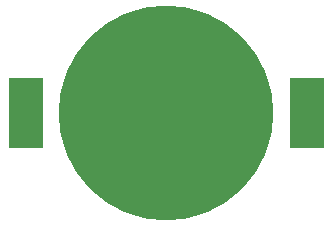
<source format=gbr>
G04 #@! TF.GenerationSoftware,KiCad,Pcbnew,(5.1.6)-1*
G04 #@! TF.CreationDate,2020-11-21T22:09:05+04:00*
G04 #@! TF.ProjectId,christmas-pcb-badge,63687269-7374-46d6-9173-2d7063622d62,rev?*
G04 #@! TF.SameCoordinates,Original*
G04 #@! TF.FileFunction,Soldermask,Bot*
G04 #@! TF.FilePolarity,Negative*
%FSLAX46Y46*%
G04 Gerber Fmt 4.6, Leading zero omitted, Abs format (unit mm)*
G04 Created by KiCad (PCBNEW (5.1.6)-1) date 2020-11-21 22:09:05*
%MOMM*%
%LPD*%
G01*
G04 APERTURE LIST*
%ADD10R,3.000000X5.960000*%
%ADD11C,18.200000*%
G04 APERTURE END LIST*
D10*
G04 #@! TO.C,BT1*
X151380000Y-107675000D03*
X127570000Y-107675000D03*
D11*
X139475000Y-107675000D03*
G04 #@! TD*
M02*

</source>
